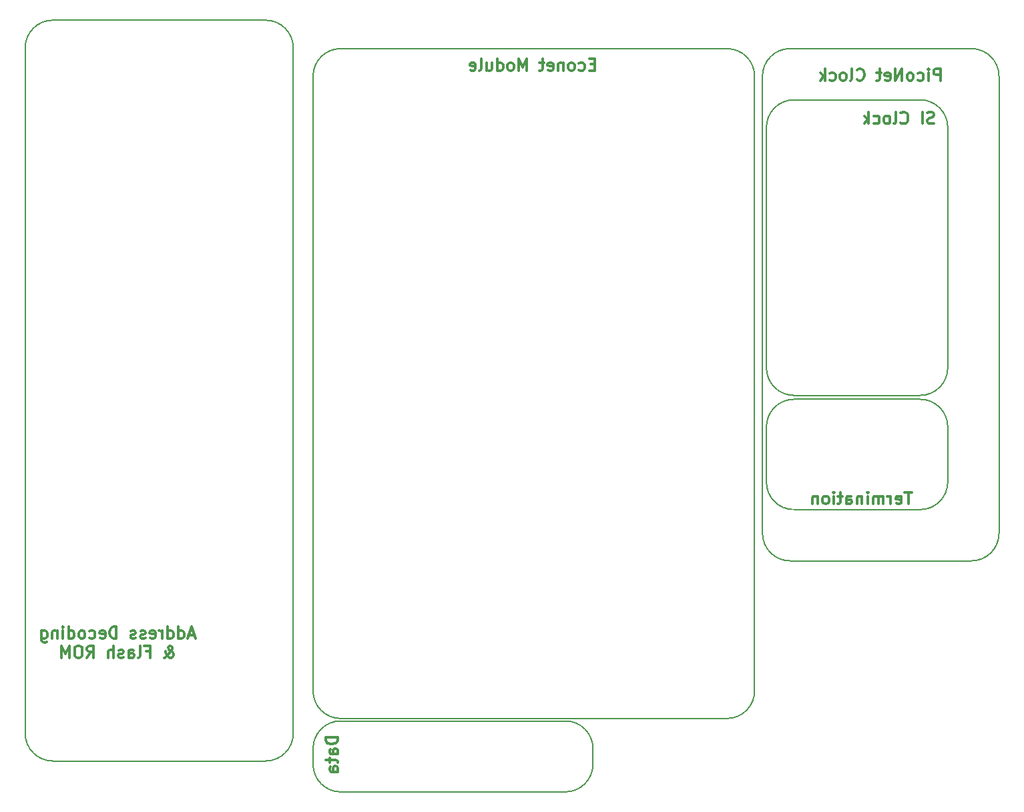
<source format=gbr>
G04 #@! TF.GenerationSoftware,KiCad,Pcbnew,9.0.5*
G04 #@! TF.CreationDate,2025-10-14T22:50:38+01:00*
G04 #@! TF.ProjectId,podule_econet,706f6475-6c65-45f6-9563-6f6e65742e6b,03a*
G04 #@! TF.SameCoordinates,Original*
G04 #@! TF.FileFunction,Legend,Bot*
G04 #@! TF.FilePolarity,Positive*
%FSLAX46Y46*%
G04 Gerber Fmt 4.6, Leading zero omitted, Abs format (unit mm)*
G04 Created by KiCad (PCBNEW 9.0.5) date 2025-10-14 22:50:38*
%MOMM*%
%LPD*%
G01*
G04 APERTURE LIST*
G04 Aperture macros list*
%AMRoundRect*
0 Rectangle with rounded corners*
0 $1 Rounding radius*
0 $2 $3 $4 $5 $6 $7 $8 $9 X,Y pos of 4 corners*
0 Add a 4 corners polygon primitive as box body*
4,1,4,$2,$3,$4,$5,$6,$7,$8,$9,$2,$3,0*
0 Add four circle primitives for the rounded corners*
1,1,$1+$1,$2,$3*
1,1,$1+$1,$4,$5*
1,1,$1+$1,$6,$7*
1,1,$1+$1,$8,$9*
0 Add four rect primitives between the rounded corners*
20,1,$1+$1,$2,$3,$4,$5,0*
20,1,$1+$1,$4,$5,$6,$7,0*
20,1,$1+$1,$6,$7,$8,$9,0*
20,1,$1+$1,$8,$9,$2,$3,0*%
G04 Aperture macros list end*
%ADD10C,0.200000*%
%ADD11C,0.300000*%
%ADD12C,1.600000*%
%ADD13R,1.700000X1.700000*%
%ADD14O,1.700000X1.700000*%
%ADD15O,1.600000X1.600000*%
%ADD16R,1.600000X1.600000*%
%ADD17C,2.850000*%
%ADD18RoundRect,0.249999X0.525001X-0.525001X0.525001X0.525001X-0.525001X0.525001X-0.525001X-0.525001X0*%
%ADD19C,1.550000*%
%ADD20R,1.800000X1.800000*%
%ADD21C,1.800000*%
%ADD22C,6.000000*%
%ADD23C,3.250000*%
%ADD24C,2.500000*%
%ADD25C,3.000000*%
%ADD26R,1.500000X1.500000*%
%ADD27C,1.500000*%
%ADD28C,2.700000*%
%ADD29C,4.000000*%
G04 APERTURE END LIST*
D10*
X175603000Y-103525000D02*
X175603000Y-110525000D01*
X121603000Y-149842000D02*
G75*
G02*
X118103000Y-146342000I0J3500000D01*
G01*
X195103000Y-62025000D02*
G75*
G02*
X198603000Y-65525000I0J-3500000D01*
G01*
X170603000Y-140525000D02*
X121603000Y-140525000D01*
X170603000Y-55525000D02*
G75*
G02*
X174103000Y-59025000I0J-3500000D01*
G01*
X121603000Y-149842000D02*
X150103000Y-149842000D01*
X195103000Y-99525000D02*
X179103000Y-99525000D01*
X85090000Y-51920000D02*
X112090000Y-51920000D01*
X195103000Y-114025000D02*
X179103000Y-114025000D01*
X195103000Y-100025000D02*
G75*
G02*
X198603000Y-103525000I0J-3500000D01*
G01*
X198603000Y-103525000D02*
X198603000Y-110525000D01*
X118103000Y-59025000D02*
G75*
G02*
X121603000Y-55525000I3500000J0D01*
G01*
X175603000Y-65525000D02*
X175603000Y-96025000D01*
X81590000Y-55420000D02*
G75*
G02*
X85090000Y-51920000I3500000J0D01*
G01*
X118103000Y-146342000D02*
X118103000Y-144342000D01*
X153603000Y-146342000D02*
X153603000Y-144342000D01*
X175603000Y-103525000D02*
G75*
G02*
X179103000Y-100025000I3500000J0D01*
G01*
X118103000Y-59025000D02*
X118103000Y-137025000D01*
X121603000Y-140525000D02*
G75*
G02*
X118103000Y-137025000I0J3500000D01*
G01*
X121603000Y-140842000D02*
X150103000Y-140842000D01*
X115590000Y-55420000D02*
X115590000Y-142420000D01*
X174103000Y-59025000D02*
X174103000Y-137025000D01*
X81590000Y-142420000D02*
X81590000Y-55420000D01*
X118103000Y-144342000D02*
G75*
G02*
X121603000Y-140842000I3500000J0D01*
G01*
X150103000Y-140842000D02*
G75*
G02*
X153603000Y-144342000I0J-3500000D01*
G01*
X121603000Y-55525000D02*
X170603000Y-55525000D01*
X198603000Y-96025000D02*
X198603000Y-65525000D01*
X195103000Y-100025000D02*
X179103000Y-100025000D01*
X198603000Y-96025000D02*
G75*
G02*
X195103000Y-99525000I-3500000J0D01*
G01*
X175603000Y-65525000D02*
G75*
G02*
X179103000Y-62025000I3500000J0D01*
G01*
X112090000Y-145920000D02*
X85090000Y-145920000D01*
X85090000Y-145920000D02*
G75*
G02*
X81590000Y-142420000I0J3500000D01*
G01*
X112090000Y-51920000D02*
G75*
G02*
X115590000Y-55420000I0J-3500000D01*
G01*
X195103000Y-62025000D02*
X179103000Y-62025000D01*
X179103000Y-114025000D02*
G75*
G02*
X175603000Y-110525000I0J3500000D01*
G01*
X153603000Y-146342000D02*
G75*
G02*
X150103000Y-149842000I-3500000J0D01*
G01*
X115590000Y-142420000D02*
G75*
G02*
X112090000Y-145920000I-3500000J0D01*
G01*
X198603000Y-110525000D02*
G75*
G02*
X195103000Y-114025000I-3500000J0D01*
G01*
X174103000Y-137025000D02*
G75*
G02*
X170603000Y-140525000I-3500000J0D01*
G01*
X179103000Y-99525000D02*
G75*
G02*
X175603000Y-96025000I0J3500000D01*
G01*
D11*
X153840315Y-57522757D02*
X153340315Y-57522757D01*
X153126029Y-58308471D02*
X153840315Y-58308471D01*
X153840315Y-58308471D02*
X153840315Y-56808471D01*
X153840315Y-56808471D02*
X153126029Y-56808471D01*
X151840315Y-58237043D02*
X151983172Y-58308471D01*
X151983172Y-58308471D02*
X152268886Y-58308471D01*
X152268886Y-58308471D02*
X152411743Y-58237043D01*
X152411743Y-58237043D02*
X152483172Y-58165614D01*
X152483172Y-58165614D02*
X152554600Y-58022757D01*
X152554600Y-58022757D02*
X152554600Y-57594185D01*
X152554600Y-57594185D02*
X152483172Y-57451328D01*
X152483172Y-57451328D02*
X152411743Y-57379900D01*
X152411743Y-57379900D02*
X152268886Y-57308471D01*
X152268886Y-57308471D02*
X151983172Y-57308471D01*
X151983172Y-57308471D02*
X151840315Y-57379900D01*
X150983172Y-58308471D02*
X151126029Y-58237043D01*
X151126029Y-58237043D02*
X151197458Y-58165614D01*
X151197458Y-58165614D02*
X151268886Y-58022757D01*
X151268886Y-58022757D02*
X151268886Y-57594185D01*
X151268886Y-57594185D02*
X151197458Y-57451328D01*
X151197458Y-57451328D02*
X151126029Y-57379900D01*
X151126029Y-57379900D02*
X150983172Y-57308471D01*
X150983172Y-57308471D02*
X150768886Y-57308471D01*
X150768886Y-57308471D02*
X150626029Y-57379900D01*
X150626029Y-57379900D02*
X150554601Y-57451328D01*
X150554601Y-57451328D02*
X150483172Y-57594185D01*
X150483172Y-57594185D02*
X150483172Y-58022757D01*
X150483172Y-58022757D02*
X150554601Y-58165614D01*
X150554601Y-58165614D02*
X150626029Y-58237043D01*
X150626029Y-58237043D02*
X150768886Y-58308471D01*
X150768886Y-58308471D02*
X150983172Y-58308471D01*
X149840315Y-57308471D02*
X149840315Y-58308471D01*
X149840315Y-57451328D02*
X149768886Y-57379900D01*
X149768886Y-57379900D02*
X149626029Y-57308471D01*
X149626029Y-57308471D02*
X149411743Y-57308471D01*
X149411743Y-57308471D02*
X149268886Y-57379900D01*
X149268886Y-57379900D02*
X149197458Y-57522757D01*
X149197458Y-57522757D02*
X149197458Y-58308471D01*
X147911743Y-58237043D02*
X148054600Y-58308471D01*
X148054600Y-58308471D02*
X148340315Y-58308471D01*
X148340315Y-58308471D02*
X148483172Y-58237043D01*
X148483172Y-58237043D02*
X148554600Y-58094185D01*
X148554600Y-58094185D02*
X148554600Y-57522757D01*
X148554600Y-57522757D02*
X148483172Y-57379900D01*
X148483172Y-57379900D02*
X148340315Y-57308471D01*
X148340315Y-57308471D02*
X148054600Y-57308471D01*
X148054600Y-57308471D02*
X147911743Y-57379900D01*
X147911743Y-57379900D02*
X147840315Y-57522757D01*
X147840315Y-57522757D02*
X147840315Y-57665614D01*
X147840315Y-57665614D02*
X148554600Y-57808471D01*
X147411743Y-57308471D02*
X146840315Y-57308471D01*
X147197458Y-56808471D02*
X147197458Y-58094185D01*
X147197458Y-58094185D02*
X147126029Y-58237043D01*
X147126029Y-58237043D02*
X146983172Y-58308471D01*
X146983172Y-58308471D02*
X146840315Y-58308471D01*
X145197458Y-58308471D02*
X145197458Y-56808471D01*
X145197458Y-56808471D02*
X144697458Y-57879900D01*
X144697458Y-57879900D02*
X144197458Y-56808471D01*
X144197458Y-56808471D02*
X144197458Y-58308471D01*
X143268886Y-58308471D02*
X143411743Y-58237043D01*
X143411743Y-58237043D02*
X143483172Y-58165614D01*
X143483172Y-58165614D02*
X143554600Y-58022757D01*
X143554600Y-58022757D02*
X143554600Y-57594185D01*
X143554600Y-57594185D02*
X143483172Y-57451328D01*
X143483172Y-57451328D02*
X143411743Y-57379900D01*
X143411743Y-57379900D02*
X143268886Y-57308471D01*
X143268886Y-57308471D02*
X143054600Y-57308471D01*
X143054600Y-57308471D02*
X142911743Y-57379900D01*
X142911743Y-57379900D02*
X142840315Y-57451328D01*
X142840315Y-57451328D02*
X142768886Y-57594185D01*
X142768886Y-57594185D02*
X142768886Y-58022757D01*
X142768886Y-58022757D02*
X142840315Y-58165614D01*
X142840315Y-58165614D02*
X142911743Y-58237043D01*
X142911743Y-58237043D02*
X143054600Y-58308471D01*
X143054600Y-58308471D02*
X143268886Y-58308471D01*
X141483172Y-58308471D02*
X141483172Y-56808471D01*
X141483172Y-58237043D02*
X141626029Y-58308471D01*
X141626029Y-58308471D02*
X141911743Y-58308471D01*
X141911743Y-58308471D02*
X142054600Y-58237043D01*
X142054600Y-58237043D02*
X142126029Y-58165614D01*
X142126029Y-58165614D02*
X142197457Y-58022757D01*
X142197457Y-58022757D02*
X142197457Y-57594185D01*
X142197457Y-57594185D02*
X142126029Y-57451328D01*
X142126029Y-57451328D02*
X142054600Y-57379900D01*
X142054600Y-57379900D02*
X141911743Y-57308471D01*
X141911743Y-57308471D02*
X141626029Y-57308471D01*
X141626029Y-57308471D02*
X141483172Y-57379900D01*
X140126029Y-57308471D02*
X140126029Y-58308471D01*
X140768886Y-57308471D02*
X140768886Y-58094185D01*
X140768886Y-58094185D02*
X140697457Y-58237043D01*
X140697457Y-58237043D02*
X140554600Y-58308471D01*
X140554600Y-58308471D02*
X140340314Y-58308471D01*
X140340314Y-58308471D02*
X140197457Y-58237043D01*
X140197457Y-58237043D02*
X140126029Y-58165614D01*
X139197457Y-58308471D02*
X139340314Y-58237043D01*
X139340314Y-58237043D02*
X139411743Y-58094185D01*
X139411743Y-58094185D02*
X139411743Y-56808471D01*
X138054600Y-58237043D02*
X138197457Y-58308471D01*
X138197457Y-58308471D02*
X138483172Y-58308471D01*
X138483172Y-58308471D02*
X138626029Y-58237043D01*
X138626029Y-58237043D02*
X138697457Y-58094185D01*
X138697457Y-58094185D02*
X138697457Y-57522757D01*
X138697457Y-57522757D02*
X138626029Y-57379900D01*
X138626029Y-57379900D02*
X138483172Y-57308471D01*
X138483172Y-57308471D02*
X138197457Y-57308471D01*
X138197457Y-57308471D02*
X138054600Y-57379900D01*
X138054600Y-57379900D02*
X137983172Y-57522757D01*
X137983172Y-57522757D02*
X137983172Y-57665614D01*
X137983172Y-57665614D02*
X138697457Y-57808471D01*
X194014858Y-111808581D02*
X193157716Y-111808581D01*
X193586287Y-113308581D02*
X193586287Y-111808581D01*
X192086287Y-113237153D02*
X192229144Y-113308581D01*
X192229144Y-113308581D02*
X192514859Y-113308581D01*
X192514859Y-113308581D02*
X192657716Y-113237153D01*
X192657716Y-113237153D02*
X192729144Y-113094295D01*
X192729144Y-113094295D02*
X192729144Y-112522867D01*
X192729144Y-112522867D02*
X192657716Y-112380010D01*
X192657716Y-112380010D02*
X192514859Y-112308581D01*
X192514859Y-112308581D02*
X192229144Y-112308581D01*
X192229144Y-112308581D02*
X192086287Y-112380010D01*
X192086287Y-112380010D02*
X192014859Y-112522867D01*
X192014859Y-112522867D02*
X192014859Y-112665724D01*
X192014859Y-112665724D02*
X192729144Y-112808581D01*
X191372002Y-113308581D02*
X191372002Y-112308581D01*
X191372002Y-112594295D02*
X191300573Y-112451438D01*
X191300573Y-112451438D02*
X191229145Y-112380010D01*
X191229145Y-112380010D02*
X191086287Y-112308581D01*
X191086287Y-112308581D02*
X190943430Y-112308581D01*
X190443431Y-113308581D02*
X190443431Y-112308581D01*
X190443431Y-112451438D02*
X190372002Y-112380010D01*
X190372002Y-112380010D02*
X190229145Y-112308581D01*
X190229145Y-112308581D02*
X190014859Y-112308581D01*
X190014859Y-112308581D02*
X189872002Y-112380010D01*
X189872002Y-112380010D02*
X189800574Y-112522867D01*
X189800574Y-112522867D02*
X189800574Y-113308581D01*
X189800574Y-112522867D02*
X189729145Y-112380010D01*
X189729145Y-112380010D02*
X189586288Y-112308581D01*
X189586288Y-112308581D02*
X189372002Y-112308581D01*
X189372002Y-112308581D02*
X189229145Y-112380010D01*
X189229145Y-112380010D02*
X189157716Y-112522867D01*
X189157716Y-112522867D02*
X189157716Y-113308581D01*
X188443431Y-113308581D02*
X188443431Y-112308581D01*
X188443431Y-111808581D02*
X188514859Y-111880010D01*
X188514859Y-111880010D02*
X188443431Y-111951438D01*
X188443431Y-111951438D02*
X188372002Y-111880010D01*
X188372002Y-111880010D02*
X188443431Y-111808581D01*
X188443431Y-111808581D02*
X188443431Y-111951438D01*
X187729145Y-112308581D02*
X187729145Y-113308581D01*
X187729145Y-112451438D02*
X187657716Y-112380010D01*
X187657716Y-112380010D02*
X187514859Y-112308581D01*
X187514859Y-112308581D02*
X187300573Y-112308581D01*
X187300573Y-112308581D02*
X187157716Y-112380010D01*
X187157716Y-112380010D02*
X187086288Y-112522867D01*
X187086288Y-112522867D02*
X187086288Y-113308581D01*
X185729145Y-113308581D02*
X185729145Y-112522867D01*
X185729145Y-112522867D02*
X185800573Y-112380010D01*
X185800573Y-112380010D02*
X185943430Y-112308581D01*
X185943430Y-112308581D02*
X186229145Y-112308581D01*
X186229145Y-112308581D02*
X186372002Y-112380010D01*
X185729145Y-113237153D02*
X185872002Y-113308581D01*
X185872002Y-113308581D02*
X186229145Y-113308581D01*
X186229145Y-113308581D02*
X186372002Y-113237153D01*
X186372002Y-113237153D02*
X186443430Y-113094295D01*
X186443430Y-113094295D02*
X186443430Y-112951438D01*
X186443430Y-112951438D02*
X186372002Y-112808581D01*
X186372002Y-112808581D02*
X186229145Y-112737153D01*
X186229145Y-112737153D02*
X185872002Y-112737153D01*
X185872002Y-112737153D02*
X185729145Y-112665724D01*
X185229144Y-112308581D02*
X184657716Y-112308581D01*
X185014859Y-111808581D02*
X185014859Y-113094295D01*
X185014859Y-113094295D02*
X184943430Y-113237153D01*
X184943430Y-113237153D02*
X184800573Y-113308581D01*
X184800573Y-113308581D02*
X184657716Y-113308581D01*
X184157716Y-113308581D02*
X184157716Y-112308581D01*
X184157716Y-111808581D02*
X184229144Y-111880010D01*
X184229144Y-111880010D02*
X184157716Y-111951438D01*
X184157716Y-111951438D02*
X184086287Y-111880010D01*
X184086287Y-111880010D02*
X184157716Y-111808581D01*
X184157716Y-111808581D02*
X184157716Y-111951438D01*
X183229144Y-113308581D02*
X183372001Y-113237153D01*
X183372001Y-113237153D02*
X183443430Y-113165724D01*
X183443430Y-113165724D02*
X183514858Y-113022867D01*
X183514858Y-113022867D02*
X183514858Y-112594295D01*
X183514858Y-112594295D02*
X183443430Y-112451438D01*
X183443430Y-112451438D02*
X183372001Y-112380010D01*
X183372001Y-112380010D02*
X183229144Y-112308581D01*
X183229144Y-112308581D02*
X183014858Y-112308581D01*
X183014858Y-112308581D02*
X182872001Y-112380010D01*
X182872001Y-112380010D02*
X182800573Y-112451438D01*
X182800573Y-112451438D02*
X182729144Y-112594295D01*
X182729144Y-112594295D02*
X182729144Y-113022867D01*
X182729144Y-113022867D02*
X182800573Y-113165724D01*
X182800573Y-113165724D02*
X182872001Y-113237153D01*
X182872001Y-113237153D02*
X183014858Y-113308581D01*
X183014858Y-113308581D02*
X183229144Y-113308581D01*
X182086287Y-112308581D02*
X182086287Y-113308581D01*
X182086287Y-112451438D02*
X182014858Y-112380010D01*
X182014858Y-112380010D02*
X181872001Y-112308581D01*
X181872001Y-112308581D02*
X181657715Y-112308581D01*
X181657715Y-112308581D02*
X181514858Y-112380010D01*
X181514858Y-112380010D02*
X181443430Y-112522867D01*
X181443430Y-112522867D02*
X181443430Y-113308581D01*
X121201328Y-142918428D02*
X119701328Y-142918428D01*
X119701328Y-142918428D02*
X119701328Y-143275571D01*
X119701328Y-143275571D02*
X119772757Y-143489857D01*
X119772757Y-143489857D02*
X119915614Y-143632714D01*
X119915614Y-143632714D02*
X120058471Y-143704143D01*
X120058471Y-143704143D02*
X120344185Y-143775571D01*
X120344185Y-143775571D02*
X120558471Y-143775571D01*
X120558471Y-143775571D02*
X120844185Y-143704143D01*
X120844185Y-143704143D02*
X120987042Y-143632714D01*
X120987042Y-143632714D02*
X121129900Y-143489857D01*
X121129900Y-143489857D02*
X121201328Y-143275571D01*
X121201328Y-143275571D02*
X121201328Y-142918428D01*
X121201328Y-145061286D02*
X120415614Y-145061286D01*
X120415614Y-145061286D02*
X120272757Y-144989857D01*
X120272757Y-144989857D02*
X120201328Y-144847000D01*
X120201328Y-144847000D02*
X120201328Y-144561286D01*
X120201328Y-144561286D02*
X120272757Y-144418428D01*
X121129900Y-145061286D02*
X121201328Y-144918428D01*
X121201328Y-144918428D02*
X121201328Y-144561286D01*
X121201328Y-144561286D02*
X121129900Y-144418428D01*
X121129900Y-144418428D02*
X120987042Y-144347000D01*
X120987042Y-144347000D02*
X120844185Y-144347000D01*
X120844185Y-144347000D02*
X120701328Y-144418428D01*
X120701328Y-144418428D02*
X120629900Y-144561286D01*
X120629900Y-144561286D02*
X120629900Y-144918428D01*
X120629900Y-144918428D02*
X120558471Y-145061286D01*
X120201328Y-145561286D02*
X120201328Y-146132714D01*
X119701328Y-145775571D02*
X120987042Y-145775571D01*
X120987042Y-145775571D02*
X121129900Y-145847000D01*
X121129900Y-145847000D02*
X121201328Y-145989857D01*
X121201328Y-145989857D02*
X121201328Y-146132714D01*
X121201328Y-147275572D02*
X120415614Y-147275572D01*
X120415614Y-147275572D02*
X120272757Y-147204143D01*
X120272757Y-147204143D02*
X120201328Y-147061286D01*
X120201328Y-147061286D02*
X120201328Y-146775572D01*
X120201328Y-146775572D02*
X120272757Y-146632714D01*
X121129900Y-147275572D02*
X121201328Y-147132714D01*
X121201328Y-147132714D02*
X121201328Y-146775572D01*
X121201328Y-146775572D02*
X121129900Y-146632714D01*
X121129900Y-146632714D02*
X120987042Y-146561286D01*
X120987042Y-146561286D02*
X120844185Y-146561286D01*
X120844185Y-146561286D02*
X120701328Y-146632714D01*
X120701328Y-146632714D02*
X120629900Y-146775572D01*
X120629900Y-146775572D02*
X120629900Y-147132714D01*
X120629900Y-147132714D02*
X120558471Y-147275572D01*
X196864570Y-64982900D02*
X196650285Y-65054328D01*
X196650285Y-65054328D02*
X196293142Y-65054328D01*
X196293142Y-65054328D02*
X196150285Y-64982900D01*
X196150285Y-64982900D02*
X196078856Y-64911471D01*
X196078856Y-64911471D02*
X196007427Y-64768614D01*
X196007427Y-64768614D02*
X196007427Y-64625757D01*
X196007427Y-64625757D02*
X196078856Y-64482900D01*
X196078856Y-64482900D02*
X196150285Y-64411471D01*
X196150285Y-64411471D02*
X196293142Y-64340042D01*
X196293142Y-64340042D02*
X196578856Y-64268614D01*
X196578856Y-64268614D02*
X196721713Y-64197185D01*
X196721713Y-64197185D02*
X196793142Y-64125757D01*
X196793142Y-64125757D02*
X196864570Y-63982900D01*
X196864570Y-63982900D02*
X196864570Y-63840042D01*
X196864570Y-63840042D02*
X196793142Y-63697185D01*
X196793142Y-63697185D02*
X196721713Y-63625757D01*
X196721713Y-63625757D02*
X196578856Y-63554328D01*
X196578856Y-63554328D02*
X196221713Y-63554328D01*
X196221713Y-63554328D02*
X196007427Y-63625757D01*
X195364571Y-65054328D02*
X195364571Y-63554328D01*
X192650285Y-64911471D02*
X192721713Y-64982900D01*
X192721713Y-64982900D02*
X192935999Y-65054328D01*
X192935999Y-65054328D02*
X193078856Y-65054328D01*
X193078856Y-65054328D02*
X193293142Y-64982900D01*
X193293142Y-64982900D02*
X193435999Y-64840042D01*
X193435999Y-64840042D02*
X193507428Y-64697185D01*
X193507428Y-64697185D02*
X193578856Y-64411471D01*
X193578856Y-64411471D02*
X193578856Y-64197185D01*
X193578856Y-64197185D02*
X193507428Y-63911471D01*
X193507428Y-63911471D02*
X193435999Y-63768614D01*
X193435999Y-63768614D02*
X193293142Y-63625757D01*
X193293142Y-63625757D02*
X193078856Y-63554328D01*
X193078856Y-63554328D02*
X192935999Y-63554328D01*
X192935999Y-63554328D02*
X192721713Y-63625757D01*
X192721713Y-63625757D02*
X192650285Y-63697185D01*
X191793142Y-65054328D02*
X191935999Y-64982900D01*
X191935999Y-64982900D02*
X192007428Y-64840042D01*
X192007428Y-64840042D02*
X192007428Y-63554328D01*
X191007428Y-65054328D02*
X191150285Y-64982900D01*
X191150285Y-64982900D02*
X191221714Y-64911471D01*
X191221714Y-64911471D02*
X191293142Y-64768614D01*
X191293142Y-64768614D02*
X191293142Y-64340042D01*
X191293142Y-64340042D02*
X191221714Y-64197185D01*
X191221714Y-64197185D02*
X191150285Y-64125757D01*
X191150285Y-64125757D02*
X191007428Y-64054328D01*
X191007428Y-64054328D02*
X190793142Y-64054328D01*
X190793142Y-64054328D02*
X190650285Y-64125757D01*
X190650285Y-64125757D02*
X190578857Y-64197185D01*
X190578857Y-64197185D02*
X190507428Y-64340042D01*
X190507428Y-64340042D02*
X190507428Y-64768614D01*
X190507428Y-64768614D02*
X190578857Y-64911471D01*
X190578857Y-64911471D02*
X190650285Y-64982900D01*
X190650285Y-64982900D02*
X190793142Y-65054328D01*
X190793142Y-65054328D02*
X191007428Y-65054328D01*
X189221714Y-64982900D02*
X189364571Y-65054328D01*
X189364571Y-65054328D02*
X189650285Y-65054328D01*
X189650285Y-65054328D02*
X189793142Y-64982900D01*
X189793142Y-64982900D02*
X189864571Y-64911471D01*
X189864571Y-64911471D02*
X189935999Y-64768614D01*
X189935999Y-64768614D02*
X189935999Y-64340042D01*
X189935999Y-64340042D02*
X189864571Y-64197185D01*
X189864571Y-64197185D02*
X189793142Y-64125757D01*
X189793142Y-64125757D02*
X189650285Y-64054328D01*
X189650285Y-64054328D02*
X189364571Y-64054328D01*
X189364571Y-64054328D02*
X189221714Y-64125757D01*
X188578857Y-65054328D02*
X188578857Y-63554328D01*
X188436000Y-64482900D02*
X188007428Y-65054328D01*
X188007428Y-64054328D02*
X188578857Y-64625757D01*
X103027919Y-129955629D02*
X102313634Y-129955629D01*
X103170776Y-130384200D02*
X102670776Y-128884200D01*
X102670776Y-128884200D02*
X102170776Y-130384200D01*
X101027920Y-130384200D02*
X101027920Y-128884200D01*
X101027920Y-130312772D02*
X101170777Y-130384200D01*
X101170777Y-130384200D02*
X101456491Y-130384200D01*
X101456491Y-130384200D02*
X101599348Y-130312772D01*
X101599348Y-130312772D02*
X101670777Y-130241343D01*
X101670777Y-130241343D02*
X101742205Y-130098486D01*
X101742205Y-130098486D02*
X101742205Y-129669914D01*
X101742205Y-129669914D02*
X101670777Y-129527057D01*
X101670777Y-129527057D02*
X101599348Y-129455629D01*
X101599348Y-129455629D02*
X101456491Y-129384200D01*
X101456491Y-129384200D02*
X101170777Y-129384200D01*
X101170777Y-129384200D02*
X101027920Y-129455629D01*
X99670777Y-130384200D02*
X99670777Y-128884200D01*
X99670777Y-130312772D02*
X99813634Y-130384200D01*
X99813634Y-130384200D02*
X100099348Y-130384200D01*
X100099348Y-130384200D02*
X100242205Y-130312772D01*
X100242205Y-130312772D02*
X100313634Y-130241343D01*
X100313634Y-130241343D02*
X100385062Y-130098486D01*
X100385062Y-130098486D02*
X100385062Y-129669914D01*
X100385062Y-129669914D02*
X100313634Y-129527057D01*
X100313634Y-129527057D02*
X100242205Y-129455629D01*
X100242205Y-129455629D02*
X100099348Y-129384200D01*
X100099348Y-129384200D02*
X99813634Y-129384200D01*
X99813634Y-129384200D02*
X99670777Y-129455629D01*
X98956491Y-130384200D02*
X98956491Y-129384200D01*
X98956491Y-129669914D02*
X98885062Y-129527057D01*
X98885062Y-129527057D02*
X98813634Y-129455629D01*
X98813634Y-129455629D02*
X98670776Y-129384200D01*
X98670776Y-129384200D02*
X98527919Y-129384200D01*
X97456491Y-130312772D02*
X97599348Y-130384200D01*
X97599348Y-130384200D02*
X97885063Y-130384200D01*
X97885063Y-130384200D02*
X98027920Y-130312772D01*
X98027920Y-130312772D02*
X98099348Y-130169914D01*
X98099348Y-130169914D02*
X98099348Y-129598486D01*
X98099348Y-129598486D02*
X98027920Y-129455629D01*
X98027920Y-129455629D02*
X97885063Y-129384200D01*
X97885063Y-129384200D02*
X97599348Y-129384200D01*
X97599348Y-129384200D02*
X97456491Y-129455629D01*
X97456491Y-129455629D02*
X97385063Y-129598486D01*
X97385063Y-129598486D02*
X97385063Y-129741343D01*
X97385063Y-129741343D02*
X98099348Y-129884200D01*
X96813634Y-130312772D02*
X96670777Y-130384200D01*
X96670777Y-130384200D02*
X96385063Y-130384200D01*
X96385063Y-130384200D02*
X96242206Y-130312772D01*
X96242206Y-130312772D02*
X96170777Y-130169914D01*
X96170777Y-130169914D02*
X96170777Y-130098486D01*
X96170777Y-130098486D02*
X96242206Y-129955629D01*
X96242206Y-129955629D02*
X96385063Y-129884200D01*
X96385063Y-129884200D02*
X96599349Y-129884200D01*
X96599349Y-129884200D02*
X96742206Y-129812772D01*
X96742206Y-129812772D02*
X96813634Y-129669914D01*
X96813634Y-129669914D02*
X96813634Y-129598486D01*
X96813634Y-129598486D02*
X96742206Y-129455629D01*
X96742206Y-129455629D02*
X96599349Y-129384200D01*
X96599349Y-129384200D02*
X96385063Y-129384200D01*
X96385063Y-129384200D02*
X96242206Y-129455629D01*
X95599348Y-130312772D02*
X95456491Y-130384200D01*
X95456491Y-130384200D02*
X95170777Y-130384200D01*
X95170777Y-130384200D02*
X95027920Y-130312772D01*
X95027920Y-130312772D02*
X94956491Y-130169914D01*
X94956491Y-130169914D02*
X94956491Y-130098486D01*
X94956491Y-130098486D02*
X95027920Y-129955629D01*
X95027920Y-129955629D02*
X95170777Y-129884200D01*
X95170777Y-129884200D02*
X95385063Y-129884200D01*
X95385063Y-129884200D02*
X95527920Y-129812772D01*
X95527920Y-129812772D02*
X95599348Y-129669914D01*
X95599348Y-129669914D02*
X95599348Y-129598486D01*
X95599348Y-129598486D02*
X95527920Y-129455629D01*
X95527920Y-129455629D02*
X95385063Y-129384200D01*
X95385063Y-129384200D02*
X95170777Y-129384200D01*
X95170777Y-129384200D02*
X95027920Y-129455629D01*
X93170777Y-130384200D02*
X93170777Y-128884200D01*
X93170777Y-128884200D02*
X92813634Y-128884200D01*
X92813634Y-128884200D02*
X92599348Y-128955629D01*
X92599348Y-128955629D02*
X92456491Y-129098486D01*
X92456491Y-129098486D02*
X92385062Y-129241343D01*
X92385062Y-129241343D02*
X92313634Y-129527057D01*
X92313634Y-129527057D02*
X92313634Y-129741343D01*
X92313634Y-129741343D02*
X92385062Y-130027057D01*
X92385062Y-130027057D02*
X92456491Y-130169914D01*
X92456491Y-130169914D02*
X92599348Y-130312772D01*
X92599348Y-130312772D02*
X92813634Y-130384200D01*
X92813634Y-130384200D02*
X93170777Y-130384200D01*
X91099348Y-130312772D02*
X91242205Y-130384200D01*
X91242205Y-130384200D02*
X91527920Y-130384200D01*
X91527920Y-130384200D02*
X91670777Y-130312772D01*
X91670777Y-130312772D02*
X91742205Y-130169914D01*
X91742205Y-130169914D02*
X91742205Y-129598486D01*
X91742205Y-129598486D02*
X91670777Y-129455629D01*
X91670777Y-129455629D02*
X91527920Y-129384200D01*
X91527920Y-129384200D02*
X91242205Y-129384200D01*
X91242205Y-129384200D02*
X91099348Y-129455629D01*
X91099348Y-129455629D02*
X91027920Y-129598486D01*
X91027920Y-129598486D02*
X91027920Y-129741343D01*
X91027920Y-129741343D02*
X91742205Y-129884200D01*
X89742206Y-130312772D02*
X89885063Y-130384200D01*
X89885063Y-130384200D02*
X90170777Y-130384200D01*
X90170777Y-130384200D02*
X90313634Y-130312772D01*
X90313634Y-130312772D02*
X90385063Y-130241343D01*
X90385063Y-130241343D02*
X90456491Y-130098486D01*
X90456491Y-130098486D02*
X90456491Y-129669914D01*
X90456491Y-129669914D02*
X90385063Y-129527057D01*
X90385063Y-129527057D02*
X90313634Y-129455629D01*
X90313634Y-129455629D02*
X90170777Y-129384200D01*
X90170777Y-129384200D02*
X89885063Y-129384200D01*
X89885063Y-129384200D02*
X89742206Y-129455629D01*
X88885063Y-130384200D02*
X89027920Y-130312772D01*
X89027920Y-130312772D02*
X89099349Y-130241343D01*
X89099349Y-130241343D02*
X89170777Y-130098486D01*
X89170777Y-130098486D02*
X89170777Y-129669914D01*
X89170777Y-129669914D02*
X89099349Y-129527057D01*
X89099349Y-129527057D02*
X89027920Y-129455629D01*
X89027920Y-129455629D02*
X88885063Y-129384200D01*
X88885063Y-129384200D02*
X88670777Y-129384200D01*
X88670777Y-129384200D02*
X88527920Y-129455629D01*
X88527920Y-129455629D02*
X88456492Y-129527057D01*
X88456492Y-129527057D02*
X88385063Y-129669914D01*
X88385063Y-129669914D02*
X88385063Y-130098486D01*
X88385063Y-130098486D02*
X88456492Y-130241343D01*
X88456492Y-130241343D02*
X88527920Y-130312772D01*
X88527920Y-130312772D02*
X88670777Y-130384200D01*
X88670777Y-130384200D02*
X88885063Y-130384200D01*
X87099349Y-130384200D02*
X87099349Y-128884200D01*
X87099349Y-130312772D02*
X87242206Y-130384200D01*
X87242206Y-130384200D02*
X87527920Y-130384200D01*
X87527920Y-130384200D02*
X87670777Y-130312772D01*
X87670777Y-130312772D02*
X87742206Y-130241343D01*
X87742206Y-130241343D02*
X87813634Y-130098486D01*
X87813634Y-130098486D02*
X87813634Y-129669914D01*
X87813634Y-129669914D02*
X87742206Y-129527057D01*
X87742206Y-129527057D02*
X87670777Y-129455629D01*
X87670777Y-129455629D02*
X87527920Y-129384200D01*
X87527920Y-129384200D02*
X87242206Y-129384200D01*
X87242206Y-129384200D02*
X87099349Y-129455629D01*
X86385063Y-130384200D02*
X86385063Y-129384200D01*
X86385063Y-128884200D02*
X86456491Y-128955629D01*
X86456491Y-128955629D02*
X86385063Y-129027057D01*
X86385063Y-129027057D02*
X86313634Y-128955629D01*
X86313634Y-128955629D02*
X86385063Y-128884200D01*
X86385063Y-128884200D02*
X86385063Y-129027057D01*
X85670777Y-129384200D02*
X85670777Y-130384200D01*
X85670777Y-129527057D02*
X85599348Y-129455629D01*
X85599348Y-129455629D02*
X85456491Y-129384200D01*
X85456491Y-129384200D02*
X85242205Y-129384200D01*
X85242205Y-129384200D02*
X85099348Y-129455629D01*
X85099348Y-129455629D02*
X85027920Y-129598486D01*
X85027920Y-129598486D02*
X85027920Y-130384200D01*
X83670777Y-129384200D02*
X83670777Y-130598486D01*
X83670777Y-130598486D02*
X83742205Y-130741343D01*
X83742205Y-130741343D02*
X83813634Y-130812772D01*
X83813634Y-130812772D02*
X83956491Y-130884200D01*
X83956491Y-130884200D02*
X84170777Y-130884200D01*
X84170777Y-130884200D02*
X84313634Y-130812772D01*
X83670777Y-130312772D02*
X83813634Y-130384200D01*
X83813634Y-130384200D02*
X84099348Y-130384200D01*
X84099348Y-130384200D02*
X84242205Y-130312772D01*
X84242205Y-130312772D02*
X84313634Y-130241343D01*
X84313634Y-130241343D02*
X84385062Y-130098486D01*
X84385062Y-130098486D02*
X84385062Y-129669914D01*
X84385062Y-129669914D02*
X84313634Y-129527057D01*
X84313634Y-129527057D02*
X84242205Y-129455629D01*
X84242205Y-129455629D02*
X84099348Y-129384200D01*
X84099348Y-129384200D02*
X83813634Y-129384200D01*
X83813634Y-129384200D02*
X83670777Y-129455629D01*
X99206491Y-132799116D02*
X99277920Y-132799116D01*
X99277920Y-132799116D02*
X99420777Y-132727688D01*
X99420777Y-132727688D02*
X99635062Y-132513402D01*
X99635062Y-132513402D02*
X99992205Y-132084830D01*
X99992205Y-132084830D02*
X100135062Y-131870545D01*
X100135062Y-131870545D02*
X100206491Y-131656259D01*
X100206491Y-131656259D02*
X100206491Y-131513402D01*
X100206491Y-131513402D02*
X100135062Y-131370545D01*
X100135062Y-131370545D02*
X99992205Y-131299116D01*
X99992205Y-131299116D02*
X99920777Y-131299116D01*
X99920777Y-131299116D02*
X99777920Y-131370545D01*
X99777920Y-131370545D02*
X99706491Y-131513402D01*
X99706491Y-131513402D02*
X99706491Y-131584830D01*
X99706491Y-131584830D02*
X99777920Y-131727688D01*
X99777920Y-131727688D02*
X99849348Y-131799116D01*
X99849348Y-131799116D02*
X100277920Y-132084830D01*
X100277920Y-132084830D02*
X100349348Y-132156259D01*
X100349348Y-132156259D02*
X100420777Y-132299116D01*
X100420777Y-132299116D02*
X100420777Y-132513402D01*
X100420777Y-132513402D02*
X100349348Y-132656259D01*
X100349348Y-132656259D02*
X100277920Y-132727688D01*
X100277920Y-132727688D02*
X100135062Y-132799116D01*
X100135062Y-132799116D02*
X99920777Y-132799116D01*
X99920777Y-132799116D02*
X99777920Y-132727688D01*
X99777920Y-132727688D02*
X99706491Y-132656259D01*
X99706491Y-132656259D02*
X99492205Y-132370545D01*
X99492205Y-132370545D02*
X99420777Y-132156259D01*
X99420777Y-132156259D02*
X99420777Y-132013402D01*
X96920777Y-132013402D02*
X97420777Y-132013402D01*
X97420777Y-132799116D02*
X97420777Y-131299116D01*
X97420777Y-131299116D02*
X96706491Y-131299116D01*
X95920777Y-132799116D02*
X96063634Y-132727688D01*
X96063634Y-132727688D02*
X96135063Y-132584830D01*
X96135063Y-132584830D02*
X96135063Y-131299116D01*
X94706492Y-132799116D02*
X94706492Y-132013402D01*
X94706492Y-132013402D02*
X94777920Y-131870545D01*
X94777920Y-131870545D02*
X94920777Y-131799116D01*
X94920777Y-131799116D02*
X95206492Y-131799116D01*
X95206492Y-131799116D02*
X95349349Y-131870545D01*
X94706492Y-132727688D02*
X94849349Y-132799116D01*
X94849349Y-132799116D02*
X95206492Y-132799116D01*
X95206492Y-132799116D02*
X95349349Y-132727688D01*
X95349349Y-132727688D02*
X95420777Y-132584830D01*
X95420777Y-132584830D02*
X95420777Y-132441973D01*
X95420777Y-132441973D02*
X95349349Y-132299116D01*
X95349349Y-132299116D02*
X95206492Y-132227688D01*
X95206492Y-132227688D02*
X94849349Y-132227688D01*
X94849349Y-132227688D02*
X94706492Y-132156259D01*
X94063634Y-132727688D02*
X93920777Y-132799116D01*
X93920777Y-132799116D02*
X93635063Y-132799116D01*
X93635063Y-132799116D02*
X93492206Y-132727688D01*
X93492206Y-132727688D02*
X93420777Y-132584830D01*
X93420777Y-132584830D02*
X93420777Y-132513402D01*
X93420777Y-132513402D02*
X93492206Y-132370545D01*
X93492206Y-132370545D02*
X93635063Y-132299116D01*
X93635063Y-132299116D02*
X93849349Y-132299116D01*
X93849349Y-132299116D02*
X93992206Y-132227688D01*
X93992206Y-132227688D02*
X94063634Y-132084830D01*
X94063634Y-132084830D02*
X94063634Y-132013402D01*
X94063634Y-132013402D02*
X93992206Y-131870545D01*
X93992206Y-131870545D02*
X93849349Y-131799116D01*
X93849349Y-131799116D02*
X93635063Y-131799116D01*
X93635063Y-131799116D02*
X93492206Y-131870545D01*
X92777920Y-132799116D02*
X92777920Y-131299116D01*
X92135063Y-132799116D02*
X92135063Y-132013402D01*
X92135063Y-132013402D02*
X92206491Y-131870545D01*
X92206491Y-131870545D02*
X92349348Y-131799116D01*
X92349348Y-131799116D02*
X92563634Y-131799116D01*
X92563634Y-131799116D02*
X92706491Y-131870545D01*
X92706491Y-131870545D02*
X92777920Y-131941973D01*
X89420777Y-132799116D02*
X89920777Y-132084830D01*
X90277920Y-132799116D02*
X90277920Y-131299116D01*
X90277920Y-131299116D02*
X89706491Y-131299116D01*
X89706491Y-131299116D02*
X89563634Y-131370545D01*
X89563634Y-131370545D02*
X89492205Y-131441973D01*
X89492205Y-131441973D02*
X89420777Y-131584830D01*
X89420777Y-131584830D02*
X89420777Y-131799116D01*
X89420777Y-131799116D02*
X89492205Y-131941973D01*
X89492205Y-131941973D02*
X89563634Y-132013402D01*
X89563634Y-132013402D02*
X89706491Y-132084830D01*
X89706491Y-132084830D02*
X90277920Y-132084830D01*
X88492205Y-131299116D02*
X88206491Y-131299116D01*
X88206491Y-131299116D02*
X88063634Y-131370545D01*
X88063634Y-131370545D02*
X87920777Y-131513402D01*
X87920777Y-131513402D02*
X87849348Y-131799116D01*
X87849348Y-131799116D02*
X87849348Y-132299116D01*
X87849348Y-132299116D02*
X87920777Y-132584830D01*
X87920777Y-132584830D02*
X88063634Y-132727688D01*
X88063634Y-132727688D02*
X88206491Y-132799116D01*
X88206491Y-132799116D02*
X88492205Y-132799116D01*
X88492205Y-132799116D02*
X88635063Y-132727688D01*
X88635063Y-132727688D02*
X88777920Y-132584830D01*
X88777920Y-132584830D02*
X88849348Y-132299116D01*
X88849348Y-132299116D02*
X88849348Y-131799116D01*
X88849348Y-131799116D02*
X88777920Y-131513402D01*
X88777920Y-131513402D02*
X88635063Y-131370545D01*
X88635063Y-131370545D02*
X88492205Y-131299116D01*
X87206491Y-132799116D02*
X87206491Y-131299116D01*
X87206491Y-131299116D02*
X86706491Y-132370545D01*
X86706491Y-132370545D02*
X86206491Y-131299116D01*
X86206491Y-131299116D02*
X86206491Y-132799116D01*
X197663582Y-59570325D02*
X197663582Y-58070325D01*
X197663582Y-58070325D02*
X197092153Y-58070325D01*
X197092153Y-58070325D02*
X196949296Y-58141754D01*
X196949296Y-58141754D02*
X196877867Y-58213182D01*
X196877867Y-58213182D02*
X196806439Y-58356039D01*
X196806439Y-58356039D02*
X196806439Y-58570325D01*
X196806439Y-58570325D02*
X196877867Y-58713182D01*
X196877867Y-58713182D02*
X196949296Y-58784611D01*
X196949296Y-58784611D02*
X197092153Y-58856039D01*
X197092153Y-58856039D02*
X197663582Y-58856039D01*
X196163582Y-59570325D02*
X196163582Y-58570325D01*
X196163582Y-58070325D02*
X196235010Y-58141754D01*
X196235010Y-58141754D02*
X196163582Y-58213182D01*
X196163582Y-58213182D02*
X196092153Y-58141754D01*
X196092153Y-58141754D02*
X196163582Y-58070325D01*
X196163582Y-58070325D02*
X196163582Y-58213182D01*
X194806439Y-59498897D02*
X194949296Y-59570325D01*
X194949296Y-59570325D02*
X195235010Y-59570325D01*
X195235010Y-59570325D02*
X195377867Y-59498897D01*
X195377867Y-59498897D02*
X195449296Y-59427468D01*
X195449296Y-59427468D02*
X195520724Y-59284611D01*
X195520724Y-59284611D02*
X195520724Y-58856039D01*
X195520724Y-58856039D02*
X195449296Y-58713182D01*
X195449296Y-58713182D02*
X195377867Y-58641754D01*
X195377867Y-58641754D02*
X195235010Y-58570325D01*
X195235010Y-58570325D02*
X194949296Y-58570325D01*
X194949296Y-58570325D02*
X194806439Y-58641754D01*
X193949296Y-59570325D02*
X194092153Y-59498897D01*
X194092153Y-59498897D02*
X194163582Y-59427468D01*
X194163582Y-59427468D02*
X194235010Y-59284611D01*
X194235010Y-59284611D02*
X194235010Y-58856039D01*
X194235010Y-58856039D02*
X194163582Y-58713182D01*
X194163582Y-58713182D02*
X194092153Y-58641754D01*
X194092153Y-58641754D02*
X193949296Y-58570325D01*
X193949296Y-58570325D02*
X193735010Y-58570325D01*
X193735010Y-58570325D02*
X193592153Y-58641754D01*
X193592153Y-58641754D02*
X193520725Y-58713182D01*
X193520725Y-58713182D02*
X193449296Y-58856039D01*
X193449296Y-58856039D02*
X193449296Y-59284611D01*
X193449296Y-59284611D02*
X193520725Y-59427468D01*
X193520725Y-59427468D02*
X193592153Y-59498897D01*
X193592153Y-59498897D02*
X193735010Y-59570325D01*
X193735010Y-59570325D02*
X193949296Y-59570325D01*
X192806439Y-59570325D02*
X192806439Y-58070325D01*
X192806439Y-58070325D02*
X191949296Y-59570325D01*
X191949296Y-59570325D02*
X191949296Y-58070325D01*
X190663581Y-59498897D02*
X190806438Y-59570325D01*
X190806438Y-59570325D02*
X191092153Y-59570325D01*
X191092153Y-59570325D02*
X191235010Y-59498897D01*
X191235010Y-59498897D02*
X191306438Y-59356039D01*
X191306438Y-59356039D02*
X191306438Y-58784611D01*
X191306438Y-58784611D02*
X191235010Y-58641754D01*
X191235010Y-58641754D02*
X191092153Y-58570325D01*
X191092153Y-58570325D02*
X190806438Y-58570325D01*
X190806438Y-58570325D02*
X190663581Y-58641754D01*
X190663581Y-58641754D02*
X190592153Y-58784611D01*
X190592153Y-58784611D02*
X190592153Y-58927468D01*
X190592153Y-58927468D02*
X191306438Y-59070325D01*
X190163581Y-58570325D02*
X189592153Y-58570325D01*
X189949296Y-58070325D02*
X189949296Y-59356039D01*
X189949296Y-59356039D02*
X189877867Y-59498897D01*
X189877867Y-59498897D02*
X189735010Y-59570325D01*
X189735010Y-59570325D02*
X189592153Y-59570325D01*
X187092153Y-59427468D02*
X187163581Y-59498897D01*
X187163581Y-59498897D02*
X187377867Y-59570325D01*
X187377867Y-59570325D02*
X187520724Y-59570325D01*
X187520724Y-59570325D02*
X187735010Y-59498897D01*
X187735010Y-59498897D02*
X187877867Y-59356039D01*
X187877867Y-59356039D02*
X187949296Y-59213182D01*
X187949296Y-59213182D02*
X188020724Y-58927468D01*
X188020724Y-58927468D02*
X188020724Y-58713182D01*
X188020724Y-58713182D02*
X187949296Y-58427468D01*
X187949296Y-58427468D02*
X187877867Y-58284611D01*
X187877867Y-58284611D02*
X187735010Y-58141754D01*
X187735010Y-58141754D02*
X187520724Y-58070325D01*
X187520724Y-58070325D02*
X187377867Y-58070325D01*
X187377867Y-58070325D02*
X187163581Y-58141754D01*
X187163581Y-58141754D02*
X187092153Y-58213182D01*
X186235010Y-59570325D02*
X186377867Y-59498897D01*
X186377867Y-59498897D02*
X186449296Y-59356039D01*
X186449296Y-59356039D02*
X186449296Y-58070325D01*
X185449296Y-59570325D02*
X185592153Y-59498897D01*
X185592153Y-59498897D02*
X185663582Y-59427468D01*
X185663582Y-59427468D02*
X185735010Y-59284611D01*
X185735010Y-59284611D02*
X185735010Y-58856039D01*
X185735010Y-58856039D02*
X185663582Y-58713182D01*
X185663582Y-58713182D02*
X185592153Y-58641754D01*
X185592153Y-58641754D02*
X185449296Y-58570325D01*
X185449296Y-58570325D02*
X185235010Y-58570325D01*
X185235010Y-58570325D02*
X185092153Y-58641754D01*
X185092153Y-58641754D02*
X185020725Y-58713182D01*
X185020725Y-58713182D02*
X184949296Y-58856039D01*
X184949296Y-58856039D02*
X184949296Y-59284611D01*
X184949296Y-59284611D02*
X185020725Y-59427468D01*
X185020725Y-59427468D02*
X185092153Y-59498897D01*
X185092153Y-59498897D02*
X185235010Y-59570325D01*
X185235010Y-59570325D02*
X185449296Y-59570325D01*
X183663582Y-59498897D02*
X183806439Y-59570325D01*
X183806439Y-59570325D02*
X184092153Y-59570325D01*
X184092153Y-59570325D02*
X184235010Y-59498897D01*
X184235010Y-59498897D02*
X184306439Y-59427468D01*
X184306439Y-59427468D02*
X184377867Y-59284611D01*
X184377867Y-59284611D02*
X184377867Y-58856039D01*
X184377867Y-58856039D02*
X184306439Y-58713182D01*
X184306439Y-58713182D02*
X184235010Y-58641754D01*
X184235010Y-58641754D02*
X184092153Y-58570325D01*
X184092153Y-58570325D02*
X183806439Y-58570325D01*
X183806439Y-58570325D02*
X183663582Y-58641754D01*
X183020725Y-59570325D02*
X183020725Y-58070325D01*
X182877868Y-58998897D02*
X182449296Y-59570325D01*
X182449296Y-58570325D02*
X183020725Y-59141754D01*
D10*
X175103000Y-117025000D02*
X175103000Y-59025000D01*
X178603000Y-55525000D02*
X201603000Y-55525000D01*
X201603000Y-120525000D02*
X178603000Y-120525000D01*
X205103000Y-59025000D02*
X205103000Y-117025000D01*
X175103000Y-59025000D02*
G75*
G02*
X178603000Y-55525000I3499999J1D01*
G01*
X178603000Y-120525000D02*
G75*
G02*
X175103000Y-117025000I-1J3499999D01*
G01*
X201603000Y-55525000D02*
G75*
G02*
X205103000Y-59025000I0J-3500000D01*
G01*
X205103000Y-117025000D02*
G75*
G02*
X201603000Y-120525000I-3500000J0D01*
G01*
%LPC*%
D12*
X91440000Y-55245000D03*
X86440000Y-55245000D03*
X106680000Y-55245000D03*
X101680000Y-55245000D03*
X99060000Y-84328000D03*
X94060000Y-84328000D03*
D13*
X193273500Y-102525000D03*
D14*
X195813500Y-102525000D03*
X193273500Y-105065000D03*
X195813500Y-105065000D03*
X193273500Y-107605000D03*
X195813500Y-107605000D03*
D12*
X178541500Y-105065000D03*
D15*
X188701500Y-105065000D03*
D12*
X188701500Y-107605000D03*
D15*
X178541500Y-107605000D03*
D12*
X178541500Y-110145000D03*
D15*
X188701500Y-110145000D03*
D12*
X178541500Y-102525000D03*
D15*
X188701500Y-102525000D03*
D12*
X185018500Y-77208000D03*
X180018500Y-77208000D03*
X182505500Y-74587000D03*
D15*
X182505500Y-64427000D03*
D16*
X178668500Y-80383000D03*
D15*
X178668500Y-82923000D03*
X178668500Y-85463000D03*
X178668500Y-88003000D03*
X186288500Y-88003000D03*
X186288500Y-85463000D03*
X186288500Y-82923000D03*
X186288500Y-80383000D03*
D16*
X189209500Y-80383000D03*
D15*
X189209500Y-82923000D03*
X189209500Y-85463000D03*
X189209500Y-88003000D03*
X196829500Y-88003000D03*
X196829500Y-85463000D03*
X196829500Y-82923000D03*
X196829500Y-80383000D03*
D13*
X190225500Y-69588000D03*
D14*
X192765500Y-69588000D03*
X190225500Y-72128000D03*
X192765500Y-72128000D03*
X190225500Y-74668000D03*
X192765500Y-74668000D03*
D13*
X193268500Y-93078000D03*
D14*
X195808500Y-93078000D03*
X193268500Y-95618000D03*
X195808500Y-95618000D03*
D13*
X178033500Y-68445000D03*
D14*
X178033500Y-70985000D03*
D13*
X183748500Y-93083000D03*
D14*
X181208500Y-93083000D03*
X178668500Y-93083000D03*
D12*
X171728000Y-64135000D03*
D15*
X161568000Y-64135000D03*
D16*
X151003000Y-69215000D03*
D15*
X151003000Y-71755000D03*
X151003000Y-74295000D03*
X151003000Y-76835000D03*
X151003000Y-79375000D03*
X151003000Y-81915000D03*
X151003000Y-84455000D03*
X158623000Y-84455000D03*
X158623000Y-81915000D03*
X158623000Y-79375000D03*
X158623000Y-76835000D03*
X158623000Y-74295000D03*
X158623000Y-71755000D03*
X158623000Y-69215000D03*
D12*
X162920500Y-120015000D03*
D15*
X162920500Y-130175000D03*
D17*
X70104000Y-144780000D03*
X70104000Y-55880000D03*
D18*
X72644000Y-139700000D03*
D19*
X72644000Y-137160000D03*
X72644000Y-134620000D03*
X72644000Y-132080000D03*
X72644000Y-129540000D03*
X72644000Y-127000000D03*
X72644000Y-124460000D03*
X72644000Y-121920000D03*
X72644000Y-119380000D03*
X72644000Y-116840000D03*
X72644000Y-114300000D03*
X72644000Y-111760000D03*
X72644000Y-109220000D03*
X72644000Y-106680000D03*
X72644000Y-104140000D03*
X72644000Y-101600000D03*
X72644000Y-99060000D03*
X72644000Y-96520000D03*
X72644000Y-93980000D03*
X72644000Y-91440000D03*
X72644000Y-88900000D03*
X72644000Y-86360000D03*
X72644000Y-83820000D03*
X72644000Y-81280000D03*
X72644000Y-78740000D03*
X72644000Y-76200000D03*
X72644000Y-73660000D03*
X72644000Y-71120000D03*
X72644000Y-68580000D03*
X72644000Y-66040000D03*
X72644000Y-63500000D03*
X72644000Y-60960000D03*
X77724000Y-139700000D03*
X77724000Y-137160000D03*
X77724000Y-134620000D03*
X77724000Y-132080000D03*
X77724000Y-129540000D03*
X77724000Y-127000000D03*
X77724000Y-124460000D03*
X77724000Y-121920000D03*
X77724000Y-119380000D03*
X77724000Y-116840000D03*
X77724000Y-114300000D03*
X77724000Y-111760000D03*
X77724000Y-109220000D03*
X77724000Y-106680000D03*
X77724000Y-104140000D03*
X77724000Y-101600000D03*
X77724000Y-99060000D03*
X77724000Y-96520000D03*
X77724000Y-93980000D03*
X77724000Y-91440000D03*
X77724000Y-88900000D03*
X77724000Y-86360000D03*
X77724000Y-83820000D03*
X77724000Y-81280000D03*
X77724000Y-78740000D03*
X77724000Y-76200000D03*
X77724000Y-73660000D03*
X77724000Y-71120000D03*
X77724000Y-68580000D03*
X77724000Y-66040000D03*
X77724000Y-63500000D03*
X77724000Y-60960000D03*
D12*
X129358000Y-132715000D03*
X134358000Y-132715000D03*
D20*
X145669000Y-142557000D03*
D21*
X145669000Y-145097000D03*
D16*
X128603000Y-95885000D03*
D15*
X128603000Y-98425000D03*
X128603000Y-100965000D03*
X128603000Y-103505000D03*
X128603000Y-106045000D03*
X128603000Y-108585000D03*
X128603000Y-111125000D03*
X128603000Y-113665000D03*
X128603000Y-116205000D03*
X128603000Y-118745000D03*
X128603000Y-121285000D03*
X128603000Y-123825000D03*
X128603000Y-126365000D03*
X128603000Y-128905000D03*
X143843000Y-128905000D03*
X143843000Y-126365000D03*
X143843000Y-123825000D03*
X143843000Y-121285000D03*
X143843000Y-118745000D03*
X143843000Y-116205000D03*
X143843000Y-113665000D03*
X143843000Y-111125000D03*
X143843000Y-108585000D03*
X143843000Y-106045000D03*
X143843000Y-103505000D03*
X143843000Y-100965000D03*
X143843000Y-98425000D03*
X143843000Y-95885000D03*
D12*
X146328000Y-132715000D03*
X146328000Y-131445000D03*
X146328000Y-128905000D03*
X146328000Y-127715000D03*
X126008000Y-58420000D03*
X131008000Y-58420000D03*
D13*
X125603000Y-95885000D03*
D14*
X125603000Y-98425000D03*
X125603000Y-100965000D03*
X125603000Y-103505000D03*
X125603000Y-106045000D03*
X125603000Y-108585000D03*
X125603000Y-111125000D03*
X125603000Y-113665000D03*
X125603000Y-116205000D03*
X125603000Y-118745000D03*
X125603000Y-121285000D03*
X125603000Y-123825000D03*
X125603000Y-126365000D03*
X125603000Y-128905000D03*
X125603000Y-131445000D03*
X125603000Y-133985000D03*
X125603000Y-136525000D03*
D12*
X143153000Y-74295000D03*
D15*
X132993000Y-74295000D03*
D22*
X178603000Y-59025000D03*
X178603000Y-117025000D03*
X201603000Y-59025000D03*
X201603000Y-117025000D03*
D13*
X200333000Y-112155000D03*
D14*
X202873000Y-112155000D03*
X200333000Y-109615000D03*
X202873000Y-109615000D03*
X200333000Y-107075000D03*
X202873000Y-107075000D03*
X200333000Y-104535000D03*
X202873000Y-104535000D03*
X200333000Y-101995000D03*
X202873000Y-101995000D03*
X200333000Y-99455000D03*
X202873000Y-99455000D03*
X200333000Y-96915000D03*
X202873000Y-96915000D03*
X200333000Y-94375000D03*
X202873000Y-94375000D03*
X200333000Y-91835000D03*
X202873000Y-91835000D03*
X200333000Y-89295000D03*
X202873000Y-89295000D03*
X200333000Y-86755000D03*
X202873000Y-86755000D03*
X200333000Y-84215000D03*
X202873000Y-84215000D03*
X200333000Y-81675000D03*
X202873000Y-81675000D03*
X200333000Y-79135000D03*
X202873000Y-79135000D03*
X200333000Y-76595000D03*
X202873000Y-76595000D03*
X200333000Y-74055000D03*
X202873000Y-74055000D03*
X200333000Y-71515000D03*
X202873000Y-71515000D03*
X200333000Y-68975000D03*
X202873000Y-68975000D03*
X200333000Y-66435000D03*
X202873000Y-66435000D03*
X200333000Y-63895000D03*
X202873000Y-63895000D03*
D12*
X171728000Y-81915000D03*
D15*
X161568000Y-81915000D03*
D12*
X155393000Y-88011000D03*
X150393000Y-88011000D03*
D16*
X121563000Y-64135000D03*
D15*
X121563000Y-66675000D03*
X121563000Y-69215000D03*
X121563000Y-71755000D03*
X121563000Y-74295000D03*
X121563000Y-76835000D03*
X121563000Y-79375000D03*
X129183000Y-79375000D03*
X129183000Y-76835000D03*
X129183000Y-74295000D03*
X129183000Y-71755000D03*
X129183000Y-69215000D03*
X129183000Y-66675000D03*
X129183000Y-64135000D03*
D12*
X185807500Y-74587000D03*
D15*
X185807500Y-64427000D03*
D12*
X132993000Y-88265000D03*
D15*
X122833000Y-88265000D03*
D12*
X132993000Y-61595000D03*
D15*
X143153000Y-61595000D03*
D12*
X143153000Y-69215000D03*
D15*
X132993000Y-69215000D03*
D23*
X218442800Y-114433800D03*
X218442800Y-103003800D03*
D13*
X214630000Y-105466000D03*
D24*
X214630000Y-103046000D03*
D25*
X221492800Y-116488800D03*
D24*
X224630000Y-115546000D03*
X224630000Y-113046000D03*
X214630000Y-110546000D03*
X224630000Y-108046000D03*
D14*
X217170000Y-108006000D03*
X219710000Y-108006000D03*
D24*
X224630000Y-105546000D03*
D25*
X221492800Y-100948800D03*
D24*
X214630000Y-118046000D03*
D14*
X214630000Y-115626000D03*
X214630000Y-108006000D03*
D24*
X212130000Y-105546000D03*
X212130000Y-115546000D03*
D14*
X214630000Y-113086000D03*
X217170000Y-110546000D03*
X219710000Y-110546000D03*
D26*
X212092800Y-113163800D03*
D27*
X209552800Y-111893800D03*
X212092800Y-110623800D03*
X209552800Y-109353800D03*
X212092800Y-108083800D03*
X209552800Y-106813800D03*
X209552800Y-104273800D03*
D16*
X85090000Y-58420000D03*
D15*
X85090000Y-60960000D03*
X85090000Y-63500000D03*
X85090000Y-66040000D03*
X85090000Y-68580000D03*
X85090000Y-71120000D03*
X85090000Y-73660000D03*
X85090000Y-76200000D03*
X85090000Y-78740000D03*
X85090000Y-81280000D03*
X92710000Y-81280000D03*
X92710000Y-78740000D03*
X92710000Y-76200000D03*
X92710000Y-73660000D03*
X92710000Y-71120000D03*
X92710000Y-68580000D03*
X92710000Y-66040000D03*
X92710000Y-63500000D03*
X92710000Y-60960000D03*
X92710000Y-58420000D03*
D16*
X109474000Y-143510000D03*
D12*
X109474000Y-141510000D03*
D23*
X218442800Y-134433800D03*
X218442800Y-123003800D03*
D13*
X214630000Y-125466000D03*
D24*
X214630000Y-123046000D03*
D25*
X221492800Y-136488800D03*
D24*
X224630000Y-135546000D03*
X224630000Y-133046000D03*
X214630000Y-130546000D03*
X224630000Y-128046000D03*
D14*
X217170000Y-128006000D03*
X219710000Y-128006000D03*
D24*
X224630000Y-125546000D03*
D25*
X221492800Y-120948800D03*
D24*
X214630000Y-138046000D03*
D14*
X214630000Y-135626000D03*
X214630000Y-128006000D03*
D24*
X212130000Y-125546000D03*
X212130000Y-135546000D03*
D14*
X214630000Y-133086000D03*
X217170000Y-130546000D03*
X219710000Y-130546000D03*
D26*
X212092800Y-133163800D03*
D27*
X209552800Y-131893800D03*
X212092800Y-130623800D03*
X209552800Y-129353800D03*
X212092800Y-128083800D03*
X209552800Y-126813800D03*
X209552800Y-124273800D03*
D20*
X141097000Y-142557000D03*
D21*
X141097000Y-145097000D03*
D12*
X112014000Y-86995000D03*
X107014000Y-86995000D03*
D22*
X170603000Y-117025000D03*
D12*
X143153000Y-79375000D03*
D15*
X132993000Y-79375000D03*
D12*
X132993000Y-81915000D03*
D15*
X143153000Y-81915000D03*
D22*
X170603000Y-59025000D03*
D28*
X223830000Y-54046000D03*
D23*
X218442800Y-94433800D03*
X218442800Y-83003800D03*
D13*
X214630000Y-85466000D03*
D24*
X214630000Y-83046000D03*
D25*
X221492800Y-96488800D03*
D24*
X224630000Y-95546000D03*
X224630000Y-93046000D03*
X214630000Y-90546000D03*
X224630000Y-88046000D03*
D14*
X217170000Y-88006000D03*
X219710000Y-88006000D03*
D24*
X224630000Y-85546000D03*
D25*
X221492800Y-80948800D03*
D24*
X214630000Y-98046000D03*
D14*
X214630000Y-95626000D03*
X214630000Y-88006000D03*
D24*
X212130000Y-85546000D03*
X212130000Y-95546000D03*
D14*
X214630000Y-93086000D03*
X217170000Y-90546000D03*
X219710000Y-90546000D03*
D26*
X212092800Y-93163800D03*
D27*
X209552800Y-91893800D03*
X212092800Y-90623800D03*
X209552800Y-89353800D03*
X212092800Y-88083800D03*
X209552800Y-86813800D03*
X209552800Y-84273800D03*
D23*
X218442800Y-74433800D03*
X218442800Y-63003800D03*
D13*
X214630000Y-65466000D03*
D24*
X214630000Y-63046000D03*
D25*
X221492800Y-76488800D03*
D24*
X224630000Y-75546000D03*
X224630000Y-73046000D03*
X214630000Y-70546000D03*
X224630000Y-68046000D03*
D14*
X217170000Y-68006000D03*
X219710000Y-68006000D03*
D24*
X224630000Y-65546000D03*
D25*
X221492800Y-60948800D03*
D24*
X214630000Y-78046000D03*
D14*
X214630000Y-75626000D03*
X214630000Y-68006000D03*
D24*
X212130000Y-65546000D03*
X212130000Y-75546000D03*
D14*
X214630000Y-73086000D03*
X217170000Y-70546000D03*
X219710000Y-70546000D03*
D26*
X212092800Y-73163800D03*
D27*
X209552800Y-71893800D03*
X212092800Y-70623800D03*
X209552800Y-69353800D03*
X212092800Y-68083800D03*
X209552800Y-66813800D03*
X209552800Y-64273800D03*
D12*
X143153000Y-76835000D03*
D15*
X132993000Y-76835000D03*
D12*
X112268000Y-114935000D03*
X107268000Y-114935000D03*
D29*
X148463000Y-66405000D03*
D12*
X146383000Y-114935000D03*
D15*
X146383000Y-125095000D03*
D12*
X143153000Y-66675000D03*
D15*
X132993000Y-66675000D03*
D12*
X132993000Y-84455000D03*
D15*
X143153000Y-84455000D03*
D22*
X121603000Y-117025000D03*
D16*
X105664000Y-90170000D03*
D15*
X105664000Y-92710000D03*
X105664000Y-95250000D03*
X105664000Y-97790000D03*
X105664000Y-100330000D03*
X105664000Y-102870000D03*
X105664000Y-105410000D03*
X105664000Y-107950000D03*
X113284000Y-107950000D03*
X113284000Y-105410000D03*
X113284000Y-102870000D03*
X113284000Y-100330000D03*
X113284000Y-97790000D03*
X113284000Y-95250000D03*
X113284000Y-92710000D03*
X113284000Y-90170000D03*
D12*
X147828000Y-74295000D03*
D15*
X147828000Y-84455000D03*
D12*
X143153000Y-71755000D03*
D15*
X132993000Y-71755000D03*
D12*
X163013000Y-88011000D03*
X168013000Y-88011000D03*
X171728000Y-71755000D03*
D15*
X161568000Y-71755000D03*
D12*
X143153000Y-64135000D03*
D15*
X132993000Y-64135000D03*
D12*
X171728000Y-84455000D03*
D15*
X161568000Y-84455000D03*
D12*
X127913000Y-84455000D03*
X126643000Y-84455000D03*
X124103000Y-84455000D03*
X122913000Y-84455000D03*
X155393000Y-111315000D03*
X150393000Y-111315000D03*
X171728000Y-66675000D03*
D15*
X161568000Y-66675000D03*
D16*
X100330000Y-58420000D03*
D15*
X100330000Y-60960000D03*
X100330000Y-63500000D03*
X100330000Y-66040000D03*
X100330000Y-68580000D03*
X100330000Y-71120000D03*
X100330000Y-73660000D03*
X100330000Y-76200000D03*
X100330000Y-78740000D03*
X100330000Y-81280000D03*
X107950000Y-81280000D03*
X107950000Y-78740000D03*
X107950000Y-76200000D03*
X107950000Y-73660000D03*
X107950000Y-71120000D03*
X107950000Y-68580000D03*
X107950000Y-66040000D03*
X107950000Y-63500000D03*
X107950000Y-60960000D03*
X107950000Y-58420000D03*
D16*
X161568000Y-91440000D03*
D15*
X161568000Y-93980000D03*
X161568000Y-96520000D03*
X161568000Y-99060000D03*
X161568000Y-101600000D03*
X161568000Y-104140000D03*
X161568000Y-106680000D03*
X161568000Y-109220000D03*
X169188000Y-109220000D03*
X169188000Y-106680000D03*
X169188000Y-104140000D03*
X169188000Y-101600000D03*
X169188000Y-99060000D03*
X169188000Y-96520000D03*
X169188000Y-93980000D03*
X169188000Y-91440000D03*
D29*
X158603000Y-137515000D03*
D12*
X125603000Y-145097000D03*
D15*
X135763000Y-145097000D03*
D22*
X121603000Y-59025000D03*
D16*
X85090000Y-87630000D03*
D15*
X85090000Y-90170000D03*
X85090000Y-92710000D03*
X85090000Y-95250000D03*
X85090000Y-97790000D03*
X85090000Y-100330000D03*
X85090000Y-102870000D03*
X85090000Y-105410000D03*
X85090000Y-107950000D03*
X85090000Y-110490000D03*
X85090000Y-113030000D03*
X85090000Y-115570000D03*
X85090000Y-118110000D03*
X85090000Y-120650000D03*
X85090000Y-123190000D03*
X85090000Y-125730000D03*
X100330000Y-125730000D03*
X100330000Y-123190000D03*
X100330000Y-120650000D03*
X100330000Y-118110000D03*
X100330000Y-115570000D03*
X100330000Y-113030000D03*
X100330000Y-110490000D03*
X100330000Y-107950000D03*
X100330000Y-105410000D03*
X100330000Y-102870000D03*
X100330000Y-100330000D03*
X100330000Y-97790000D03*
X100330000Y-95250000D03*
X100330000Y-92710000D03*
X100330000Y-90170000D03*
X100330000Y-87630000D03*
D12*
X161568000Y-69215000D03*
D15*
X171728000Y-69215000D03*
D20*
X150241000Y-142557000D03*
D21*
X150241000Y-145097000D03*
D16*
X159028000Y-60960000D03*
D12*
X159028000Y-58960000D03*
X132993000Y-90805000D03*
D15*
X122833000Y-90805000D03*
D12*
X157933000Y-65405000D03*
X152933000Y-65405000D03*
X171728000Y-76835000D03*
D15*
X161568000Y-76835000D03*
D12*
X171728000Y-74295000D03*
D15*
X161568000Y-74295000D03*
D13*
X168783000Y-121285000D03*
D14*
X168783000Y-123825000D03*
X168783000Y-126365000D03*
X168783000Y-128905000D03*
X168783000Y-131445000D03*
D28*
X223830000Y-147046000D03*
D16*
X162838000Y-116205000D03*
D12*
X162838000Y-113705000D03*
X159258000Y-120015000D03*
D15*
X159258000Y-130175000D03*
D16*
X148868000Y-91440000D03*
D15*
X148868000Y-93980000D03*
X148868000Y-96520000D03*
X148868000Y-99060000D03*
X148868000Y-101600000D03*
X148868000Y-104140000D03*
X148868000Y-106680000D03*
X156488000Y-106680000D03*
X156488000Y-104140000D03*
X156488000Y-101600000D03*
X156488000Y-99060000D03*
X156488000Y-96520000D03*
X156488000Y-93980000D03*
X156488000Y-91440000D03*
D16*
X105664000Y-118125000D03*
D15*
X105664000Y-120665000D03*
X105664000Y-123205000D03*
X105664000Y-125745000D03*
X105664000Y-128285000D03*
X105664000Y-130825000D03*
X105664000Y-133365000D03*
X105664000Y-135905000D03*
X113284000Y-135905000D03*
X113284000Y-133365000D03*
X113284000Y-130825000D03*
X113284000Y-128285000D03*
X113284000Y-125745000D03*
X113284000Y-123205000D03*
X113284000Y-120665000D03*
X113284000Y-118125000D03*
D12*
X125603000Y-142557000D03*
D15*
X135763000Y-142557000D03*
D12*
X125603000Y-147954000D03*
D15*
X135763000Y-147954000D03*
D16*
X140208000Y-136525000D03*
D12*
X140208000Y-134525000D03*
X171728000Y-79375000D03*
D15*
X161568000Y-79375000D03*
D16*
X148868000Y-114935000D03*
D15*
X148868000Y-117475000D03*
X148868000Y-120015000D03*
X148868000Y-122555000D03*
X148868000Y-125095000D03*
X148868000Y-127635000D03*
X148868000Y-130175000D03*
X148868000Y-132715000D03*
X156488000Y-132715000D03*
X156488000Y-130175000D03*
X156488000Y-127635000D03*
X156488000Y-125095000D03*
X156488000Y-122555000D03*
X156488000Y-120015000D03*
X156488000Y-117475000D03*
X156488000Y-114935000D03*
%LPD*%
M02*

</source>
